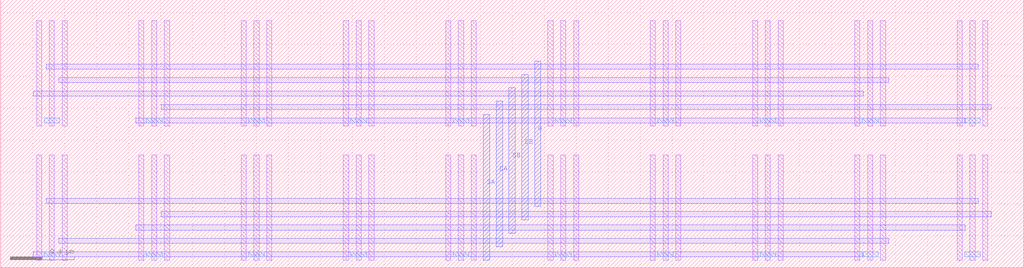
<source format=lef>
MACRO CMC_NMOS_S_n12_X3_Y1
  ORIGIN 0 0 ;
  FOREIGN CMC_NMOS_S_n12_X3_Y1 0 0 ;
  SIZE 3.8400 BY 0.8400 ;
  PIN S
    DIRECTION INOUT ;
    USE SIGNAL ;
    PORT
      LAYER M3 ;
        RECT 1.6600 0.0480 1.7000 0.4560 ;
      LAYER M3 ;
        RECT 1.9800 0.0480 2.0200 0.4560 ;
    END
  END S
  PIN DA
    DIRECTION INOUT ;
    USE SIGNAL ;
    PORT
      LAYER M3 ;
        RECT 1.7400 0.1320 1.7800 0.5400 ;
      LAYER M3 ;
        RECT 2.0600 0.1320 2.1000 0.5400 ;
    END
  END DA
  PIN DB
    DIRECTION INOUT ;
    USE SIGNAL ;
    PORT
      LAYER M3 ;
        RECT 1.8200 0.2160 1.8600 0.6240 ;
      LAYER M3 ;
        RECT 2.1400 0.2160 2.1800 0.6240 ;
    END
  END DB
  PIN G
    DIRECTION INOUT ;
    USE SIGNAL ;
    PORT
      LAYER M3 ;
        RECT 1.9000 0.3000 1.9400 0.7080 ;
      LAYER M3 ;
        RECT 2.2200 0.3000 2.2600 0.7080 ;
    END
  END G
  OBS
    LAYER M1 ;
      RECT 0.3040 0.0480 0.3360 0.7080 ;
    LAYER M1 ;
      RECT 0.2240 0.0480 0.2560 0.7080 ;
    LAYER M1 ;
      RECT 0.3840 0.0480 0.4160 0.7080 ;
    LAYER M1 ;
      RECT 0.9440 0.0480 0.9760 0.7080 ;
    LAYER M1 ;
      RECT 0.8640 0.0480 0.8960 0.7080 ;
    LAYER M1 ;
      RECT 1.0240 0.0480 1.0560 0.7080 ;
    LAYER M1 ;
      RECT 1.5840 0.0480 1.6160 0.7080 ;
    LAYER M1 ;
      RECT 1.5040 0.0480 1.5360 0.7080 ;
    LAYER M1 ;
      RECT 1.6640 0.0480 1.6960 0.7080 ;
    LAYER M1 ;
      RECT 2.2240 0.0480 2.2560 0.7080 ;
    LAYER M1 ;
      RECT 2.1440 0.0480 2.1760 0.7080 ;
    LAYER M1 ;
      RECT 2.3040 0.0480 2.3360 0.7080 ;
    LAYER M1 ;
      RECT 2.8640 0.0480 2.8960 0.7080 ;
    LAYER M1 ;
      RECT 2.7840 0.0480 2.8160 0.7080 ;
    LAYER M1 ;
      RECT 2.9440 0.0480 2.9760 0.7080 ;
    LAYER M1 ;
      RECT 3.5040 0.0480 3.5360 0.7080 ;
    LAYER M1 ;
      RECT 3.4240 0.0480 3.4560 0.7080 ;
    LAYER M1 ;
      RECT 3.5840 0.0480 3.6160 0.7080 ;
    LAYER M2 ;
      RECT 0.2040 0.0680 3.4760 0.1000 ;
    LAYER M2 ;
      RECT 0.2040 0.4040 3.4760 0.4360 ;
    LAYER M2 ;
      RECT 0.3640 0.1520 2.9960 0.1840 ;
    LAYER M2 ;
      RECT 0.3640 0.4880 2.9960 0.5200 ;
    LAYER M2 ;
      RECT 1.0040 0.2360 3.6360 0.2680 ;
    LAYER M2 ;
      RECT 1.0040 0.5720 3.6360 0.6040 ;
    LAYER M2 ;
      RECT 0.2840 0.3200 3.5560 0.3520 ;
    LAYER M2 ;
      RECT 0.2840 0.6560 3.5560 0.6880 ;
    LAYER pc ;
      RECT 0.2710 0.0680 0.3690 0.1000 ;
    LAYER pc ;
      RECT 0.9110 0.0680 1.0090 0.1000 ;
    LAYER pc ;
      RECT 1.5510 0.0680 1.6490 0.1000 ;
    LAYER pc ;
      RECT 2.1910 0.0680 2.2890 0.1000 ;
    LAYER pc ;
      RECT 2.8310 0.0680 2.9290 0.1000 ;
    LAYER pc ;
      RECT 3.4710 0.0680 3.5690 0.1000 ;
  END
END CMC_NMOS_S_n12_X3_Y1
MACRO CMC_NMOS_n12_X2_Y1
  ORIGIN 0 0 ;
  FOREIGN CMC_NMOS_n12_X2_Y1 0 0 ;
  SIZE 2.5600 BY 0.8400 ;
  PIN SA
    DIRECTION INOUT ;
    USE SIGNAL ;
    PORT
      LAYER M2 ;
        RECT 0.2040 0.0680 2.3560 0.1000 ;
    END
  END SA
  PIN DA
    DIRECTION INOUT ;
    USE SIGNAL ;
    PORT
      LAYER M2 ;
        RECT 0.3640 0.1520 2.1960 0.1840 ;
    END
  END DA
  PIN SB
    DIRECTION INOUT ;
    USE SIGNAL ;
    PORT
      LAYER M2 ;
        RECT 0.8440 0.2360 1.7160 0.2680 ;
    END
  END SB
  PIN DB
    DIRECTION INOUT ;
    USE SIGNAL ;
    PORT
      LAYER M2 ;
        RECT 1.0040 0.3200 1.5560 0.3520 ;
    END
  END DB
  PIN G
    DIRECTION INOUT ;
    USE SIGNAL ;
    PORT
      LAYER M2 ;
        RECT 0.2840 0.4040 2.2760 0.4360 ;
    END
  END G
  OBS
    LAYER M1 ;
      RECT 0.3040 0.0480 0.3360 0.7080 ;
    LAYER M1 ;
      RECT 0.2240 0.0480 0.2560 0.7080 ;
    LAYER M1 ;
      RECT 0.3840 0.0480 0.4160 0.7080 ;
    LAYER M1 ;
      RECT 0.9440 0.0480 0.9760 0.7080 ;
    LAYER M1 ;
      RECT 0.8640 0.0480 0.8960 0.7080 ;
    LAYER M1 ;
      RECT 1.0240 0.0480 1.0560 0.7080 ;
    LAYER M1 ;
      RECT 1.5840 0.0480 1.6160 0.7080 ;
    LAYER M1 ;
      RECT 1.6640 0.0480 1.6960 0.7080 ;
    LAYER M1 ;
      RECT 1.5040 0.0480 1.5360 0.7080 ;
    LAYER M1 ;
      RECT 2.2240 0.0480 2.2560 0.7080 ;
    LAYER M1 ;
      RECT 2.3040 0.0480 2.3360 0.7080 ;
    LAYER M1 ;
      RECT 2.1440 0.0480 2.1760 0.7080 ;
    LAYER pc ;
      RECT 0.2710 0.0680 0.3690 0.1000 ;
    LAYER pc ;
      RECT 0.9110 0.0680 1.0090 0.1000 ;
    LAYER pc ;
      RECT 1.5510 0.0680 1.6490 0.1000 ;
    LAYER pc ;
      RECT 2.1910 0.0680 2.2890 0.1000 ;
  END
END CMC_NMOS_n12_X2_Y1
MACRO CMC_PMOS_S_n12_X1_Y1
  ORIGIN 0 0 ;
  FOREIGN CMC_PMOS_S_n12_X1_Y1 0 0 ;
  SIZE 1.2800 BY 0.8400 ;
  PIN S
    DIRECTION INOUT ;
    USE SIGNAL ;
    PORT
      LAYER M3 ;
        RECT 0.3800 0.0480 0.4200 0.4560 ;
      LAYER M3 ;
        RECT 0.7000 0.0480 0.7400 0.4560 ;
    END
  END S
  PIN DA
    DIRECTION INOUT ;
    USE SIGNAL ;
    PORT
      LAYER M3 ;
        RECT 0.4600 0.1320 0.5000 0.5400 ;
      LAYER M3 ;
        RECT 0.7800 0.1320 0.8200 0.5400 ;
    END
  END DA
  PIN DB
    DIRECTION INOUT ;
    USE SIGNAL ;
    PORT
      LAYER M3 ;
        RECT 0.5400 0.2160 0.5800 0.6240 ;
      LAYER M3 ;
        RECT 0.8600 0.2160 0.9000 0.6240 ;
    END
  END DB
  PIN G
    DIRECTION INOUT ;
    USE SIGNAL ;
    PORT
      LAYER M3 ;
        RECT 0.6200 0.3000 0.6600 0.7080 ;
      LAYER M3 ;
        RECT 0.9400 0.3000 0.9800 0.7080 ;
    END
  END G
  OBS
    LAYER M1 ;
      RECT 0.3040 0.0480 0.3360 0.7080 ;
    LAYER M1 ;
      RECT 0.2240 0.0480 0.2560 0.7080 ;
    LAYER M1 ;
      RECT 0.3840 0.0480 0.4160 0.7080 ;
    LAYER M1 ;
      RECT 0.9440 0.0480 0.9760 0.7080 ;
    LAYER M1 ;
      RECT 0.8640 0.0480 0.8960 0.7080 ;
    LAYER M1 ;
      RECT 1.0240 0.0480 1.0560 0.7080 ;
    LAYER M2 ;
      RECT 0.2040 0.0680 0.9160 0.1000 ;
    LAYER M2 ;
      RECT 0.2040 0.4040 0.9160 0.4360 ;
    LAYER M2 ;
      RECT 0.3640 0.1520 0.8360 0.1840 ;
    LAYER M2 ;
      RECT 0.3640 0.4880 0.8360 0.5200 ;
    LAYER M2 ;
      RECT 0.5240 0.2360 1.0760 0.2680 ;
    LAYER M2 ;
      RECT 0.5240 0.5720 1.0760 0.6040 ;
    LAYER M2 ;
      RECT 0.2840 0.3200 0.9960 0.3520 ;
    LAYER M2 ;
      RECT 0.2840 0.6560 0.9960 0.6880 ;
    LAYER pc ;
      RECT 0.2710 0.0680 0.3690 0.1000 ;
    LAYER pc ;
      RECT 0.9110 0.0680 1.0090 0.1000 ;
  END
END CMC_PMOS_S_n12_X1_Y1
MACRO CMC_PMOS_n12_X5_Y2
  ORIGIN 0 0 ;
  FOREIGN CMC_PMOS_n12_X5_Y2 0 0 ;
  SIZE 6.4000 BY 1.6800 ;
  PIN SA
    DIRECTION INOUT ;
    USE SIGNAL ;
    PORT
      LAYER M3 ;
        RECT 3.0200 0.0480 3.0600 0.9600 ;
    END
  END SA
  PIN DA
    DIRECTION INOUT ;
    USE SIGNAL ;
    PORT
      LAYER M3 ;
        RECT 3.1000 0.1320 3.1400 1.0440 ;
    END
  END DA
  PIN SB
    DIRECTION INOUT ;
    USE SIGNAL ;
    PORT
      LAYER M3 ;
        RECT 3.1800 0.2160 3.2200 1.1280 ;
    END
  END SB
  PIN DB
    DIRECTION INOUT ;
    USE SIGNAL ;
    PORT
      LAYER M3 ;
        RECT 3.2600 0.3000 3.3000 1.2120 ;
    END
  END DB
  PIN G
    DIRECTION INOUT ;
    USE SIGNAL ;
    PORT
      LAYER M3 ;
        RECT 3.3400 0.3840 3.3800 1.2960 ;
    END
  END G
  OBS
    LAYER M1 ;
      RECT 0.3040 0.0480 0.3360 0.7080 ;
    LAYER M1 ;
      RECT 0.3040 0.8880 0.3360 1.5480 ;
    LAYER M1 ;
      RECT 0.2240 0.0480 0.2560 0.7080 ;
    LAYER M1 ;
      RECT 0.2240 0.8880 0.2560 1.5480 ;
    LAYER M1 ;
      RECT 0.3840 0.0480 0.4160 0.7080 ;
    LAYER M1 ;
      RECT 0.3840 0.8880 0.4160 1.5480 ;
    LAYER M1 ;
      RECT 0.9440 0.0480 0.9760 0.7080 ;
    LAYER M1 ;
      RECT 0.9440 0.8880 0.9760 1.5480 ;
    LAYER M1 ;
      RECT 0.8640 0.0480 0.8960 0.7080 ;
    LAYER M1 ;
      RECT 0.8640 0.8880 0.8960 1.5480 ;
    LAYER M1 ;
      RECT 1.0240 0.0480 1.0560 0.7080 ;
    LAYER M1 ;
      RECT 1.0240 0.8880 1.0560 1.5480 ;
    LAYER M1 ;
      RECT 1.5840 0.0480 1.6160 0.7080 ;
    LAYER M1 ;
      RECT 1.5840 0.8880 1.6160 1.5480 ;
    LAYER M1 ;
      RECT 1.5040 0.0480 1.5360 0.7080 ;
    LAYER M1 ;
      RECT 1.5040 0.8880 1.5360 1.5480 ;
    LAYER M1 ;
      RECT 1.6640 0.0480 1.6960 0.7080 ;
    LAYER M1 ;
      RECT 1.6640 0.8880 1.6960 1.5480 ;
    LAYER M1 ;
      RECT 2.2240 0.0480 2.2560 0.7080 ;
    LAYER M1 ;
      RECT 2.2240 0.8880 2.2560 1.5480 ;
    LAYER M1 ;
      RECT 2.1440 0.0480 2.1760 0.7080 ;
    LAYER M1 ;
      RECT 2.1440 0.8880 2.1760 1.5480 ;
    LAYER M1 ;
      RECT 2.3040 0.0480 2.3360 0.7080 ;
    LAYER M1 ;
      RECT 2.3040 0.8880 2.3360 1.5480 ;
    LAYER M1 ;
      RECT 2.8640 0.0480 2.8960 0.7080 ;
    LAYER M1 ;
      RECT 2.8640 0.8880 2.8960 1.5480 ;
    LAYER M1 ;
      RECT 2.7840 0.0480 2.8160 0.7080 ;
    LAYER M1 ;
      RECT 2.7840 0.8880 2.8160 1.5480 ;
    LAYER M1 ;
      RECT 2.9440 0.0480 2.9760 0.7080 ;
    LAYER M1 ;
      RECT 2.9440 0.8880 2.9760 1.5480 ;
    LAYER M1 ;
      RECT 3.5040 0.0480 3.5360 0.7080 ;
    LAYER M1 ;
      RECT 3.5040 0.8880 3.5360 1.5480 ;
    LAYER M1 ;
      RECT 3.4240 0.0480 3.4560 0.7080 ;
    LAYER M1 ;
      RECT 3.4240 0.8880 3.4560 1.5480 ;
    LAYER M1 ;
      RECT 3.5840 0.0480 3.6160 0.7080 ;
    LAYER M1 ;
      RECT 3.5840 0.8880 3.6160 1.5480 ;
    LAYER M1 ;
      RECT 4.1440 0.0480 4.1760 0.7080 ;
    LAYER M1 ;
      RECT 4.1440 0.8880 4.1760 1.5480 ;
    LAYER M1 ;
      RECT 4.0640 0.0480 4.0960 0.7080 ;
    LAYER M1 ;
      RECT 4.0640 0.8880 4.0960 1.5480 ;
    LAYER M1 ;
      RECT 4.2240 0.0480 4.2560 0.7080 ;
    LAYER M1 ;
      RECT 4.2240 0.8880 4.2560 1.5480 ;
    LAYER M1 ;
      RECT 4.7840 0.0480 4.8160 0.7080 ;
    LAYER M1 ;
      RECT 4.7840 0.8880 4.8160 1.5480 ;
    LAYER M1 ;
      RECT 4.7040 0.0480 4.7360 0.7080 ;
    LAYER M1 ;
      RECT 4.7040 0.8880 4.7360 1.5480 ;
    LAYER M1 ;
      RECT 4.8640 0.0480 4.8960 0.7080 ;
    LAYER M1 ;
      RECT 4.8640 0.8880 4.8960 1.5480 ;
    LAYER M1 ;
      RECT 5.4240 0.0480 5.4560 0.7080 ;
    LAYER M1 ;
      RECT 5.4240 0.8880 5.4560 1.5480 ;
    LAYER M1 ;
      RECT 5.3440 0.0480 5.3760 0.7080 ;
    LAYER M1 ;
      RECT 5.3440 0.8880 5.3760 1.5480 ;
    LAYER M1 ;
      RECT 5.5040 0.0480 5.5360 0.7080 ;
    LAYER M1 ;
      RECT 5.5040 0.8880 5.5360 1.5480 ;
    LAYER M1 ;
      RECT 6.0640 0.0480 6.0960 0.7080 ;
    LAYER M1 ;
      RECT 6.0640 0.8880 6.0960 1.5480 ;
    LAYER M1 ;
      RECT 5.9840 0.0480 6.0160 0.7080 ;
    LAYER M1 ;
      RECT 5.9840 0.8880 6.0160 1.5480 ;
    LAYER M1 ;
      RECT 6.1440 0.0480 6.1760 0.7080 ;
    LAYER M1 ;
      RECT 6.1440 0.8880 6.1760 1.5480 ;
    LAYER M2 ;
      RECT 0.2040 0.0680 5.3960 0.1000 ;
    LAYER M2 ;
      RECT 0.3640 0.1520 5.5560 0.1840 ;
    LAYER M2 ;
      RECT 0.8440 0.2360 6.0360 0.2680 ;
    LAYER M2 ;
      RECT 1.0040 0.3200 6.1960 0.3520 ;
    LAYER M2 ;
      RECT 0.2840 0.4040 6.1160 0.4360 ;
    LAYER M2 ;
      RECT 0.8440 0.9080 6.0360 0.9400 ;
    LAYER M2 ;
      RECT 1.0040 0.9920 6.1960 1.0240 ;
    LAYER M2 ;
      RECT 0.2040 1.0760 5.3960 1.1080 ;
    LAYER M2 ;
      RECT 0.3640 1.1600 5.5560 1.1920 ;
    LAYER M2 ;
      RECT 0.2840 1.2440 6.1160 1.2760 ;
    LAYER pc ;
      RECT 0.2710 0.0680 0.3690 0.1000 ;
    LAYER pc ;
      RECT 0.9110 0.0680 1.0090 0.1000 ;
    LAYER pc ;
      RECT 1.5510 0.0680 1.6490 0.1000 ;
    LAYER pc ;
      RECT 2.1910 0.0680 2.2890 0.1000 ;
    LAYER pc ;
      RECT 2.8310 0.0680 2.9290 0.1000 ;
    LAYER pc ;
      RECT 3.4710 0.0680 3.5690 0.1000 ;
    LAYER pc ;
      RECT 4.1110 0.0680 4.2090 0.1000 ;
    LAYER pc ;
      RECT 4.7510 0.0680 4.8490 0.1000 ;
    LAYER pc ;
      RECT 5.3910 0.0680 5.4890 0.1000 ;
    LAYER pc ;
      RECT 6.0310 0.0680 6.1290 0.1000 ;
    LAYER pc ;
      RECT 0.2710 0.9080 0.3690 0.9400 ;
    LAYER pc ;
      RECT 0.9110 0.9080 1.0090 0.9400 ;
    LAYER pc ;
      RECT 1.5510 0.9080 1.6490 0.9400 ;
    LAYER pc ;
      RECT 2.1910 0.9080 2.2890 0.9400 ;
    LAYER pc ;
      RECT 2.8310 0.9080 2.9290 0.9400 ;
    LAYER pc ;
      RECT 3.4710 0.9080 3.5690 0.9400 ;
    LAYER pc ;
      RECT 4.1110 0.9080 4.2090 0.9400 ;
    LAYER pc ;
      RECT 4.7510 0.9080 4.8490 0.9400 ;
    LAYER pc ;
      RECT 5.3910 0.9080 5.4890 0.9400 ;
    LAYER pc ;
      RECT 6.0310 0.9080 6.1290 0.9400 ;
  END
END CMC_PMOS_n12_X5_Y2
MACRO DCL_NMOS_n12_X1_Y1
  ORIGIN 0 0 ;
  FOREIGN DCL_NMOS_n12_X1_Y1 0 0 ;
  SIZE 0.6400 BY 0.8400 ;
  PIN S
    DIRECTION INOUT ;
    USE SIGNAL ;
    PORT
      LAYER M3 ;
        RECT 0.2200 0.0480 0.2600 0.2880 ;
      LAYER M3 ;
        RECT 0.3800 0.0480 0.4200 0.2880 ;
    END
  END S
  PIN D
    DIRECTION INOUT ;
    USE SIGNAL ;
    PORT
      LAYER M3 ;
        RECT 0.3000 0.1320 0.3400 0.3720 ;
      LAYER M3 ;
        RECT 0.4600 0.1320 0.5000 0.3720 ;
    END
  END D
  OBS
    LAYER M1 ;
      RECT 0.3040 0.0480 0.3360 0.7080 ;
    LAYER M1 ;
      RECT 0.2240 0.0480 0.2560 0.7080 ;
    LAYER M1 ;
      RECT 0.3840 0.0480 0.4160 0.7080 ;
    LAYER M2 ;
      RECT 0.2040 0.0680 0.4360 0.1000 ;
    LAYER M2 ;
      RECT 0.2040 0.2360 0.4360 0.2680 ;
    LAYER M2 ;
      RECT 0.2040 0.1520 0.5160 0.1840 ;
    LAYER M2 ;
      RECT 0.2040 0.3200 0.5160 0.3520 ;
    LAYER pc ;
      RECT 0.2710 0.0680 0.3690 0.1000 ;
  END
END DCL_NMOS_n12_X1_Y1
MACRO DCL_NMOS_n12_X2_Y1
  ORIGIN 0 0 ;
  FOREIGN DCL_NMOS_n12_X2_Y1 0 0 ;
  SIZE 1.2800 BY 0.8400 ;
  PIN S
    DIRECTION INOUT ;
    USE SIGNAL ;
    PORT
      LAYER M3 ;
        RECT 0.5400 0.0480 0.5800 0.2880 ;
      LAYER M3 ;
        RECT 0.7000 0.0480 0.7400 0.2880 ;
    END
  END S
  PIN D
    DIRECTION INOUT ;
    USE SIGNAL ;
    PORT
      LAYER M3 ;
        RECT 0.6200 0.1320 0.6600 0.3720 ;
      LAYER M3 ;
        RECT 0.7800 0.1320 0.8200 0.3720 ;
    END
  END D
  OBS
    LAYER M1 ;
      RECT 0.3040 0.0480 0.3360 0.7080 ;
    LAYER M1 ;
      RECT 0.2240 0.0480 0.2560 0.7080 ;
    LAYER M1 ;
      RECT 0.3840 0.0480 0.4160 0.7080 ;
    LAYER M1 ;
      RECT 0.9440 0.0480 0.9760 0.7080 ;
    LAYER M1 ;
      RECT 0.8640 0.0480 0.8960 0.7080 ;
    LAYER M1 ;
      RECT 1.0240 0.0480 1.0560 0.7080 ;
    LAYER M2 ;
      RECT 0.2040 0.0680 0.9160 0.1000 ;
    LAYER M2 ;
      RECT 0.2040 0.2360 0.9160 0.2680 ;
    LAYER M2 ;
      RECT 0.2840 0.1520 1.0760 0.1840 ;
    LAYER M2 ;
      RECT 0.2840 0.3200 1.0760 0.3520 ;
    LAYER pc ;
      RECT 0.2710 0.0680 0.3690 0.1000 ;
    LAYER pc ;
      RECT 0.9110 0.0680 1.0090 0.1000 ;
  END
END DCL_NMOS_n12_X2_Y1
MACRO DCL_PMOS_n12_X1_Y1
  ORIGIN 0 0 ;
  FOREIGN DCL_PMOS_n12_X1_Y1 0 0 ;
  SIZE 0.6400 BY 0.8400 ;
  PIN S
    DIRECTION INOUT ;
    USE SIGNAL ;
    PORT
      LAYER M3 ;
        RECT 0.2200 0.0480 0.2600 0.2880 ;
      LAYER M3 ;
        RECT 0.3800 0.0480 0.4200 0.2880 ;
    END
  END S
  PIN D
    DIRECTION INOUT ;
    USE SIGNAL ;
    PORT
      LAYER M3 ;
        RECT 0.3000 0.1320 0.3400 0.3720 ;
      LAYER M3 ;
        RECT 0.4600 0.1320 0.5000 0.3720 ;
    END
  END D
  OBS
    LAYER M1 ;
      RECT 0.3040 0.0480 0.3360 0.7080 ;
    LAYER M1 ;
      RECT 0.2240 0.0480 0.2560 0.7080 ;
    LAYER M1 ;
      RECT 0.3840 0.0480 0.4160 0.7080 ;
    LAYER M2 ;
      RECT 0.2040 0.0680 0.4360 0.1000 ;
    LAYER M2 ;
      RECT 0.2040 0.2360 0.4360 0.2680 ;
    LAYER M2 ;
      RECT 0.2040 0.1520 0.5160 0.1840 ;
    LAYER M2 ;
      RECT 0.2040 0.3200 0.5160 0.3520 ;
    LAYER pc ;
      RECT 0.2710 0.0680 0.3690 0.1000 ;
  END
END DCL_PMOS_n12_X1_Y1
MACRO DP_NMOS_n12_X3_Y1
  ORIGIN 0 0 ;
  FOREIGN DP_NMOS_n12_X3_Y1 0 0 ;
  SIZE 3.8400 BY 0.8400 ;
  PIN S
    DIRECTION INOUT ;
    USE SIGNAL ;
    PORT
      LAYER M2 ;
        RECT 0.2040 0.0680 3.4760 0.1000 ;
    END
  END S
  PIN DA
    DIRECTION INOUT ;
    USE SIGNAL ;
    PORT
      LAYER M2 ;
        RECT 0.3640 0.1520 2.9960 0.1840 ;
    END
  END DA
  PIN DB
    DIRECTION INOUT ;
    USE SIGNAL ;
    PORT
      LAYER M2 ;
        RECT 1.0040 0.2360 3.6360 0.2680 ;
    END
  END DB
  PIN GA
    DIRECTION INOUT ;
    USE SIGNAL ;
    PORT
      LAYER M2 ;
        RECT 0.2840 0.3200 2.9160 0.3520 ;
    END
  END GA
  PIN GB
    DIRECTION INOUT ;
    USE SIGNAL ;
    PORT
      LAYER M2 ;
        RECT 0.9240 0.4040 3.5560 0.4360 ;
    END
  END GB
  OBS
    LAYER M1 ;
      RECT 0.3040 0.0480 0.3360 0.7080 ;
    LAYER M1 ;
      RECT 0.2240 0.0480 0.2560 0.7080 ;
    LAYER M1 ;
      RECT 0.3840 0.0480 0.4160 0.7080 ;
    LAYER M1 ;
      RECT 0.9440 0.0480 0.9760 0.7080 ;
    LAYER M1 ;
      RECT 0.8640 0.0480 0.8960 0.7080 ;
    LAYER M1 ;
      RECT 1.0240 0.0480 1.0560 0.7080 ;
    LAYER M1 ;
      RECT 1.5840 0.0480 1.6160 0.7080 ;
    LAYER M1 ;
      RECT 1.5040 0.0480 1.5360 0.7080 ;
    LAYER M1 ;
      RECT 1.6640 0.0480 1.6960 0.7080 ;
    LAYER M1 ;
      RECT 2.2240 0.0480 2.2560 0.7080 ;
    LAYER M1 ;
      RECT 2.1440 0.0480 2.1760 0.7080 ;
    LAYER M1 ;
      RECT 2.3040 0.0480 2.3360 0.7080 ;
    LAYER M1 ;
      RECT 2.8640 0.0480 2.8960 0.7080 ;
    LAYER M1 ;
      RECT 2.7840 0.0480 2.8160 0.7080 ;
    LAYER M1 ;
      RECT 2.9440 0.0480 2.9760 0.7080 ;
    LAYER M1 ;
      RECT 3.5040 0.0480 3.5360 0.7080 ;
    LAYER M1 ;
      RECT 3.4240 0.0480 3.4560 0.7080 ;
    LAYER M1 ;
      RECT 3.5840 0.0480 3.6160 0.7080 ;
    LAYER pc ;
      RECT 0.2710 0.0680 0.3690 0.1000 ;
    LAYER pc ;
      RECT 0.9110 0.0680 1.0090 0.1000 ;
    LAYER pc ;
      RECT 1.5510 0.0680 1.6490 0.1000 ;
    LAYER pc ;
      RECT 2.1910 0.0680 2.2890 0.1000 ;
    LAYER pc ;
      RECT 2.8310 0.0680 2.9290 0.1000 ;
    LAYER pc ;
      RECT 3.4710 0.0680 3.5690 0.1000 ;
  END
END DP_NMOS_n12_X3_Y1
MACRO SCM_NMOS_n12_X2_Y1
  ORIGIN 0 0 ;
  FOREIGN SCM_NMOS_n12_X2_Y1 0 0 ;
  SIZE 2.5600 BY 0.8400 ;
  PIN S
    DIRECTION INOUT ;
    USE SIGNAL ;
    PORT
      LAYER M3 ;
        RECT 1.1000 0.0480 1.1400 0.3720 ;
      LAYER M3 ;
        RECT 1.3400 0.0480 1.3800 0.3720 ;
    END
  END S
  PIN DA
    DIRECTION INOUT ;
    USE SIGNAL ;
    PORT
      LAYER M3 ;
        RECT 1.1800 0.1320 1.2200 0.4560 ;
      LAYER M3 ;
        RECT 1.4200 0.1320 1.4600 0.4560 ;
    END
  END DA
  PIN DB
    DIRECTION INOUT ;
    USE SIGNAL ;
    PORT
      LAYER M3 ;
        RECT 1.2600 0.2160 1.3000 0.5400 ;
      LAYER M3 ;
        RECT 1.5000 0.2160 1.5400 0.5400 ;
    END
  END DB
  OBS
    LAYER M1 ;
      RECT 0.3040 0.0480 0.3360 0.7080 ;
    LAYER M1 ;
      RECT 0.2240 0.0480 0.2560 0.7080 ;
    LAYER M1 ;
      RECT 0.3840 0.0480 0.4160 0.7080 ;
    LAYER M1 ;
      RECT 0.9440 0.0480 0.9760 0.7080 ;
    LAYER M1 ;
      RECT 0.8640 0.0480 0.8960 0.7080 ;
    LAYER M1 ;
      RECT 1.0240 0.0480 1.0560 0.7080 ;
    LAYER M1 ;
      RECT 1.5840 0.0480 1.6160 0.7080 ;
    LAYER M1 ;
      RECT 1.6640 0.0480 1.6960 0.7080 ;
    LAYER M1 ;
      RECT 1.5040 0.0480 1.5360 0.7080 ;
    LAYER M1 ;
      RECT 2.2240 0.0480 2.2560 0.7080 ;
    LAYER M1 ;
      RECT 2.3040 0.0480 2.3360 0.7080 ;
    LAYER M1 ;
      RECT 2.1440 0.0480 2.1760 0.7080 ;
    LAYER M2 ;
      RECT 0.2040 0.0680 2.3560 0.1000 ;
    LAYER M2 ;
      RECT 0.2040 0.3200 2.3560 0.3520 ;
    LAYER M2 ;
      RECT 0.2840 0.1520 2.2760 0.1840 ;
    LAYER M2 ;
      RECT 0.2840 0.4040 2.2760 0.4360 ;
    LAYER M2 ;
      RECT 1.0040 0.2360 1.5560 0.2680 ;
    LAYER M2 ;
      RECT 1.0040 0.4880 1.5560 0.5200 ;
    LAYER pc ;
      RECT 0.2710 0.0680 0.3690 0.1000 ;
    LAYER pc ;
      RECT 0.9110 0.0680 1.0090 0.1000 ;
    LAYER pc ;
      RECT 1.5510 0.0680 1.6490 0.1000 ;
    LAYER pc ;
      RECT 2.1910 0.0680 2.2890 0.1000 ;
  END
END SCM_NMOS_n12_X2_Y1
MACRO Switch_NMOS_n12_X2_Y1
  ORIGIN 0 0 ;
  FOREIGN Switch_NMOS_n12_X2_Y1 0 0 ;
  SIZE 1.2800 BY 0.8400 ;
  PIN S
    DIRECTION INOUT ;
    USE SIGNAL ;
    PORT
      LAYER M3 ;
        RECT 0.4600 0.0480 0.5000 0.3720 ;
      LAYER M3 ;
        RECT 0.7000 0.0480 0.7400 0.3720 ;
    END
  END S
  PIN D
    DIRECTION INOUT ;
    USE SIGNAL ;
    PORT
      LAYER M3 ;
        RECT 0.5400 0.1320 0.5800 0.4560 ;
      LAYER M3 ;
        RECT 0.7800 0.1320 0.8200 0.4560 ;
    END
  END D
  PIN G
    DIRECTION INOUT ;
    USE SIGNAL ;
    PORT
      LAYER M3 ;
        RECT 0.6200 0.2160 0.6600 0.5400 ;
      LAYER M3 ;
        RECT 0.8600 0.2160 0.9000 0.5400 ;
    END
  END G
  OBS
    LAYER M1 ;
      RECT 0.3040 0.0480 0.3360 0.7080 ;
    LAYER M1 ;
      RECT 0.2240 0.0480 0.2560 0.7080 ;
    LAYER M1 ;
      RECT 0.3840 0.0480 0.4160 0.7080 ;
    LAYER M1 ;
      RECT 0.9440 0.0480 0.9760 0.7080 ;
    LAYER M1 ;
      RECT 0.8640 0.0480 0.8960 0.7080 ;
    LAYER M1 ;
      RECT 1.0240 0.0480 1.0560 0.7080 ;
    LAYER M2 ;
      RECT 0.2040 0.0680 0.9160 0.1000 ;
    LAYER M2 ;
      RECT 0.2040 0.3200 0.9160 0.3520 ;
    LAYER M2 ;
      RECT 0.3640 0.1520 1.0760 0.1840 ;
    LAYER M2 ;
      RECT 0.3640 0.4040 1.0760 0.4360 ;
    LAYER M2 ;
      RECT 0.2840 0.2360 0.9960 0.2680 ;
    LAYER M2 ;
      RECT 0.2840 0.4880 0.9960 0.5200 ;
    LAYER pc ;
      RECT 0.2710 0.0680 0.3690 0.1000 ;
    LAYER pc ;
      RECT 0.9110 0.0680 1.0090 0.1000 ;
  END
END Switch_NMOS_n12_X2_Y1
MACRO Switch_NMOS_n12_X3_Y1
  ORIGIN 0 0 ;
  FOREIGN Switch_NMOS_n12_X3_Y1 0 0 ;
  SIZE 1.9200 BY 0.8400 ;
  PIN S
    DIRECTION INOUT ;
    USE SIGNAL ;
    PORT
      LAYER M3 ;
        RECT 0.7800 0.0480 0.8200 0.3720 ;
      LAYER M3 ;
        RECT 1.0200 0.0480 1.0600 0.3720 ;
    END
  END S
  PIN D
    DIRECTION INOUT ;
    USE SIGNAL ;
    PORT
      LAYER M3 ;
        RECT 0.8600 0.1320 0.9000 0.4560 ;
      LAYER M3 ;
        RECT 1.1000 0.1320 1.1400 0.4560 ;
    END
  END D
  PIN G
    DIRECTION INOUT ;
    USE SIGNAL ;
    PORT
      LAYER M3 ;
        RECT 0.9400 0.2160 0.9800 0.5400 ;
      LAYER M3 ;
        RECT 1.1800 0.2160 1.2200 0.5400 ;
    END
  END G
  OBS
    LAYER M1 ;
      RECT 0.3040 0.0480 0.3360 0.7080 ;
    LAYER M1 ;
      RECT 0.2240 0.0480 0.2560 0.7080 ;
    LAYER M1 ;
      RECT 0.3840 0.0480 0.4160 0.7080 ;
    LAYER M1 ;
      RECT 0.9440 0.0480 0.9760 0.7080 ;
    LAYER M1 ;
      RECT 0.8640 0.0480 0.8960 0.7080 ;
    LAYER M1 ;
      RECT 1.0240 0.0480 1.0560 0.7080 ;
    LAYER M1 ;
      RECT 1.5840 0.0480 1.6160 0.7080 ;
    LAYER M1 ;
      RECT 1.5040 0.0480 1.5360 0.7080 ;
    LAYER M1 ;
      RECT 1.6640 0.0480 1.6960 0.7080 ;
    LAYER M2 ;
      RECT 0.2040 0.0680 1.5560 0.1000 ;
    LAYER M2 ;
      RECT 0.2040 0.3200 1.5560 0.3520 ;
    LAYER M2 ;
      RECT 0.3640 0.1520 1.7160 0.1840 ;
    LAYER M2 ;
      RECT 0.3640 0.4040 1.7160 0.4360 ;
    LAYER M2 ;
      RECT 0.2840 0.2360 1.6360 0.2680 ;
    LAYER M2 ;
      RECT 0.2840 0.4880 1.6360 0.5200 ;
    LAYER pc ;
      RECT 0.2710 0.0680 0.3690 0.1000 ;
    LAYER pc ;
      RECT 0.9110 0.0680 1.0090 0.1000 ;
    LAYER pc ;
      RECT 1.5510 0.0680 1.6490 0.1000 ;
  END
END Switch_NMOS_n12_X3_Y1
MACRO Switch_PMOS_n12_X1_Y1
  ORIGIN 0 0 ;
  FOREIGN Switch_PMOS_n12_X1_Y1 0 0 ;
  SIZE 0.6400 BY 0.8400 ;
  PIN S
    DIRECTION INOUT ;
    USE SIGNAL ;
    PORT
      LAYER M3 ;
        RECT 0.1400 0.0480 0.1800 0.3720 ;
      LAYER M3 ;
        RECT 0.3800 0.0480 0.4200 0.3720 ;
    END
  END S
  PIN D
    DIRECTION INOUT ;
    USE SIGNAL ;
    PORT
      LAYER M3 ;
        RECT 0.2200 0.1320 0.2600 0.4560 ;
      LAYER M3 ;
        RECT 0.4600 0.1320 0.5000 0.4560 ;
    END
  END D
  PIN G
    DIRECTION INOUT ;
    USE SIGNAL ;
    PORT
      LAYER M3 ;
        RECT 0.3000 0.2160 0.3400 0.5400 ;
      LAYER M3 ;
        RECT 0.5400 0.2160 0.5800 0.5400 ;
    END
  END G
  OBS
    LAYER M1 ;
      RECT 0.3040 0.0480 0.3360 0.7080 ;
    LAYER M1 ;
      RECT 0.2240 0.0480 0.2560 0.7080 ;
    LAYER M1 ;
      RECT 0.3840 0.0480 0.4160 0.7080 ;
    LAYER M2 ;
      RECT 0.1240 0.0680 0.4360 0.1000 ;
    LAYER M2 ;
      RECT 0.1240 0.3200 0.4360 0.3520 ;
    LAYER M2 ;
      RECT 0.2040 0.1520 0.5160 0.1840 ;
    LAYER M2 ;
      RECT 0.2040 0.4040 0.5160 0.4360 ;
    LAYER M2 ;
      RECT 0.2040 0.2360 0.5960 0.2680 ;
    LAYER M2 ;
      RECT 0.2040 0.4880 0.5960 0.5200 ;
    LAYER pc ;
      RECT 0.2710 0.0680 0.3690 0.1000 ;
  END
END Switch_PMOS_n12_X1_Y1
MACRO Switch_PMOS_n12_X5_Y1
  ORIGIN 0 0 ;
  FOREIGN Switch_PMOS_n12_X5_Y1 0 0 ;
  SIZE 3.2000 BY 0.8400 ;
  PIN S
    DIRECTION INOUT ;
    USE SIGNAL ;
    PORT
      LAYER M3 ;
        RECT 1.4200 0.0480 1.4600 0.3720 ;
      LAYER M3 ;
        RECT 1.6600 0.0480 1.7000 0.3720 ;
    END
  END S
  PIN D
    DIRECTION INOUT ;
    USE SIGNAL ;
    PORT
      LAYER M3 ;
        RECT 1.5000 0.1320 1.5400 0.4560 ;
      LAYER M3 ;
        RECT 1.7400 0.1320 1.7800 0.4560 ;
    END
  END D
  PIN G
    DIRECTION INOUT ;
    USE SIGNAL ;
    PORT
      LAYER M3 ;
        RECT 1.5800 0.2160 1.6200 0.5400 ;
      LAYER M3 ;
        RECT 1.8200 0.2160 1.8600 0.5400 ;
    END
  END G
  OBS
    LAYER M1 ;
      RECT 0.3040 0.0480 0.3360 0.7080 ;
    LAYER M1 ;
      RECT 0.2240 0.0480 0.2560 0.7080 ;
    LAYER M1 ;
      RECT 0.3840 0.0480 0.4160 0.7080 ;
    LAYER M1 ;
      RECT 0.9440 0.0480 0.9760 0.7080 ;
    LAYER M1 ;
      RECT 0.8640 0.0480 0.8960 0.7080 ;
    LAYER M1 ;
      RECT 1.0240 0.0480 1.0560 0.7080 ;
    LAYER M1 ;
      RECT 1.5840 0.0480 1.6160 0.7080 ;
    LAYER M1 ;
      RECT 1.5040 0.0480 1.5360 0.7080 ;
    LAYER M1 ;
      RECT 1.6640 0.0480 1.6960 0.7080 ;
    LAYER M1 ;
      RECT 2.2240 0.0480 2.2560 0.7080 ;
    LAYER M1 ;
      RECT 2.1440 0.0480 2.1760 0.7080 ;
    LAYER M1 ;
      RECT 2.3040 0.0480 2.3360 0.7080 ;
    LAYER M1 ;
      RECT 2.8640 0.0480 2.8960 0.7080 ;
    LAYER M1 ;
      RECT 2.7840 0.0480 2.8160 0.7080 ;
    LAYER M1 ;
      RECT 2.9440 0.0480 2.9760 0.7080 ;
    LAYER M2 ;
      RECT 0.2040 0.0680 2.8360 0.1000 ;
    LAYER M2 ;
      RECT 0.2040 0.3200 2.8360 0.3520 ;
    LAYER M2 ;
      RECT 0.3640 0.1520 2.9960 0.1840 ;
    LAYER M2 ;
      RECT 0.3640 0.4040 2.9960 0.4360 ;
    LAYER M2 ;
      RECT 0.2840 0.2360 2.9160 0.2680 ;
    LAYER M2 ;
      RECT 0.2840 0.4880 2.9160 0.5200 ;
    LAYER pc ;
      RECT 0.2710 0.0680 0.3690 0.1000 ;
    LAYER pc ;
      RECT 0.9110 0.0680 1.0090 0.1000 ;
    LAYER pc ;
      RECT 1.5510 0.0680 1.6490 0.1000 ;
    LAYER pc ;
      RECT 2.1910 0.0680 2.2890 0.1000 ;
    LAYER pc ;
      RECT 2.8310 0.0680 2.9290 0.1000 ;
  END
END Switch_PMOS_n12_X5_Y1
MACRO Switch_PMOS_n12_X5_Y2
  ORIGIN 0 0 ;
  FOREIGN Switch_PMOS_n12_X5_Y2 0 0 ;
  SIZE 3.2000 BY 1.6800 ;
  PIN S
    DIRECTION INOUT ;
    USE SIGNAL ;
    PORT
      LAYER M3 ;
        RECT 1.4200 0.0480 1.4600 1.2120 ;
      LAYER M3 ;
        RECT 1.6600 0.0480 1.7000 1.2120 ;
    END
  END S
  PIN D
    DIRECTION INOUT ;
    USE SIGNAL ;
    PORT
      LAYER M3 ;
        RECT 1.5000 0.1320 1.5400 1.2960 ;
      LAYER M3 ;
        RECT 1.7400 0.1320 1.7800 1.2960 ;
    END
  END D
  PIN G
    DIRECTION INOUT ;
    USE SIGNAL ;
    PORT
      LAYER M3 ;
        RECT 1.5800 0.2160 1.6200 1.3800 ;
      LAYER M3 ;
        RECT 1.8200 0.2160 1.8600 1.3800 ;
    END
  END G
  OBS
    LAYER M1 ;
      RECT 0.3040 0.0480 0.3360 0.7080 ;
    LAYER M1 ;
      RECT 0.3040 0.8880 0.3360 1.5480 ;
    LAYER M1 ;
      RECT 0.2240 0.0480 0.2560 0.7080 ;
    LAYER M1 ;
      RECT 0.2240 0.8880 0.2560 1.5480 ;
    LAYER M1 ;
      RECT 0.3840 0.0480 0.4160 0.7080 ;
    LAYER M1 ;
      RECT 0.3840 0.8880 0.4160 1.5480 ;
    LAYER M1 ;
      RECT 0.9440 0.0480 0.9760 0.7080 ;
    LAYER M1 ;
      RECT 0.9440 0.8880 0.9760 1.5480 ;
    LAYER M1 ;
      RECT 0.8640 0.0480 0.8960 0.7080 ;
    LAYER M1 ;
      RECT 0.8640 0.8880 0.8960 1.5480 ;
    LAYER M1 ;
      RECT 1.0240 0.0480 1.0560 0.7080 ;
    LAYER M1 ;
      RECT 1.0240 0.8880 1.0560 1.5480 ;
    LAYER M1 ;
      RECT 1.5840 0.0480 1.6160 0.7080 ;
    LAYER M1 ;
      RECT 1.5840 0.8880 1.6160 1.5480 ;
    LAYER M1 ;
      RECT 1.5040 0.0480 1.5360 0.7080 ;
    LAYER M1 ;
      RECT 1.5040 0.8880 1.5360 1.5480 ;
    LAYER M1 ;
      RECT 1.6640 0.0480 1.6960 0.7080 ;
    LAYER M1 ;
      RECT 1.6640 0.8880 1.6960 1.5480 ;
    LAYER M1 ;
      RECT 2.2240 0.0480 2.2560 0.7080 ;
    LAYER M1 ;
      RECT 2.2240 0.8880 2.2560 1.5480 ;
    LAYER M1 ;
      RECT 2.1440 0.0480 2.1760 0.7080 ;
    LAYER M1 ;
      RECT 2.1440 0.8880 2.1760 1.5480 ;
    LAYER M1 ;
      RECT 2.3040 0.0480 2.3360 0.7080 ;
    LAYER M1 ;
      RECT 2.3040 0.8880 2.3360 1.5480 ;
    LAYER M1 ;
      RECT 2.8640 0.0480 2.8960 0.7080 ;
    LAYER M1 ;
      RECT 2.8640 0.8880 2.8960 1.5480 ;
    LAYER M1 ;
      RECT 2.7840 0.0480 2.8160 0.7080 ;
    LAYER M1 ;
      RECT 2.7840 0.8880 2.8160 1.5480 ;
    LAYER M1 ;
      RECT 2.9440 0.0480 2.9760 0.7080 ;
    LAYER M1 ;
      RECT 2.9440 0.8880 2.9760 1.5480 ;
    LAYER M2 ;
      RECT 0.2040 0.0680 2.8360 0.1000 ;
    LAYER M2 ;
      RECT 0.2040 0.3200 2.8360 0.3520 ;
    LAYER M2 ;
      RECT 0.3640 0.1520 2.9960 0.1840 ;
    LAYER M2 ;
      RECT 0.3640 0.4040 2.9960 0.4360 ;
    LAYER M2 ;
      RECT 0.2840 0.2360 2.9160 0.2680 ;
    LAYER M2 ;
      RECT 0.2840 0.4880 2.9160 0.5200 ;
    LAYER M2 ;
      RECT 0.2040 0.9080 2.8360 0.9400 ;
    LAYER M2 ;
      RECT 0.2040 1.1600 2.8360 1.1920 ;
    LAYER M2 ;
      RECT 0.3640 0.9920 2.9960 1.0240 ;
    LAYER M2 ;
      RECT 0.3640 1.2440 2.9960 1.2760 ;
    LAYER M2 ;
      RECT 0.2840 1.0760 2.9160 1.1080 ;
    LAYER M2 ;
      RECT 0.2840 1.3280 2.9160 1.3600 ;
    LAYER pc ;
      RECT 0.2710 0.0680 0.3690 0.1000 ;
    LAYER pc ;
      RECT 0.9110 0.0680 1.0090 0.1000 ;
    LAYER pc ;
      RECT 1.5510 0.0680 1.6490 0.1000 ;
    LAYER pc ;
      RECT 2.1910 0.0680 2.2890 0.1000 ;
    LAYER pc ;
      RECT 2.8310 0.0680 2.9290 0.1000 ;
    LAYER pc ;
      RECT 0.2710 0.9080 0.3690 0.9400 ;
    LAYER pc ;
      RECT 0.9110 0.9080 1.0090 0.9400 ;
    LAYER pc ;
      RECT 1.5510 0.9080 1.6490 0.9400 ;
    LAYER pc ;
      RECT 2.1910 0.9080 2.2890 0.9400 ;
    LAYER pc ;
      RECT 2.8310 0.9080 2.9290 0.9400 ;
  END
END Switch_PMOS_n12_X5_Y2

</source>
